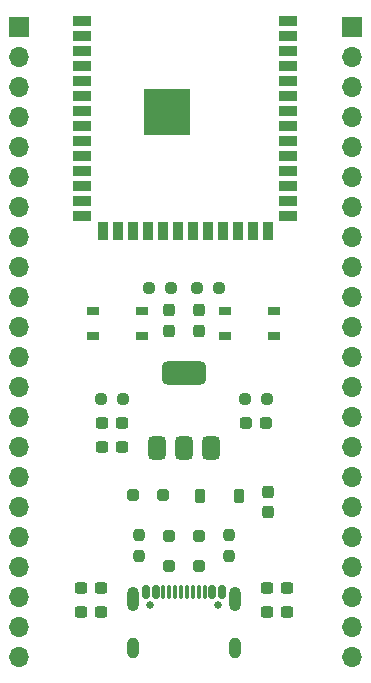
<source format=gts>
G04 #@! TF.GenerationSoftware,KiCad,Pcbnew,8.0.3*
G04 #@! TF.CreationDate,2024-06-29T14:25:19-04:00*
G04 #@! TF.ProjectId,ESP32-S3-DevBoard,45535033-322d-4533-932d-446576426f61,rev?*
G04 #@! TF.SameCoordinates,Original*
G04 #@! TF.FileFunction,Soldermask,Top*
G04 #@! TF.FilePolarity,Negative*
%FSLAX46Y46*%
G04 Gerber Fmt 4.6, Leading zero omitted, Abs format (unit mm)*
G04 Created by KiCad (PCBNEW 8.0.3) date 2024-06-29 14:25:19*
%MOMM*%
%LPD*%
G01*
G04 APERTURE LIST*
G04 Aperture macros list*
%AMRoundRect*
0 Rectangle with rounded corners*
0 $1 Rounding radius*
0 $2 $3 $4 $5 $6 $7 $8 $9 X,Y pos of 4 corners*
0 Add a 4 corners polygon primitive as box body*
4,1,4,$2,$3,$4,$5,$6,$7,$8,$9,$2,$3,0*
0 Add four circle primitives for the rounded corners*
1,1,$1+$1,$2,$3*
1,1,$1+$1,$4,$5*
1,1,$1+$1,$6,$7*
1,1,$1+$1,$8,$9*
0 Add four rect primitives between the rounded corners*
20,1,$1+$1,$2,$3,$4,$5,0*
20,1,$1+$1,$4,$5,$6,$7,0*
20,1,$1+$1,$6,$7,$8,$9,0*
20,1,$1+$1,$8,$9,$2,$3,0*%
G04 Aperture macros list end*
%ADD10RoundRect,0.237500X-0.250000X-0.237500X0.250000X-0.237500X0.250000X0.237500X-0.250000X0.237500X0*%
%ADD11R,1.050000X0.650000*%
%ADD12RoundRect,0.375000X0.375000X-0.625000X0.375000X0.625000X-0.375000X0.625000X-0.375000X-0.625000X0*%
%ADD13RoundRect,0.500000X1.400000X-0.500000X1.400000X0.500000X-1.400000X0.500000X-1.400000X-0.500000X0*%
%ADD14RoundRect,0.237500X0.300000X0.237500X-0.300000X0.237500X-0.300000X-0.237500X0.300000X-0.237500X0*%
%ADD15RoundRect,0.237500X0.237500X-0.250000X0.237500X0.250000X-0.237500X0.250000X-0.237500X-0.250000X0*%
%ADD16R,1.500000X0.900000*%
%ADD17R,0.900000X1.500000*%
%ADD18C,0.600000*%
%ADD19R,3.900000X3.900000*%
%ADD20RoundRect,0.237500X-0.300000X-0.237500X0.300000X-0.237500X0.300000X0.237500X-0.300000X0.237500X0*%
%ADD21R,1.700000X1.700000*%
%ADD22O,1.700000X1.700000*%
%ADD23RoundRect,0.237500X-0.237500X0.300000X-0.237500X-0.300000X0.237500X-0.300000X0.237500X0.300000X0*%
%ADD24RoundRect,0.237500X0.250000X0.237500X-0.250000X0.237500X-0.250000X-0.237500X0.250000X-0.237500X0*%
%ADD25RoundRect,0.237500X-0.237500X0.250000X-0.237500X-0.250000X0.237500X-0.250000X0.237500X0.250000X0*%
%ADD26C,0.650000*%
%ADD27RoundRect,0.151100X-0.151100X-0.414300X0.151100X-0.414300X0.151100X0.414300X-0.151100X0.414300X0*%
%ADD28RoundRect,0.150000X-0.150000X-0.425000X0.150000X-0.425000X0.150000X0.425000X-0.150000X0.425000X0*%
%ADD29RoundRect,0.075000X-0.075000X-0.500000X0.075000X-0.500000X0.075000X0.500000X-0.075000X0.500000X0*%
%ADD30RoundRect,0.151300X-0.151300X-0.414100X0.151300X-0.414100X0.151300X0.414100X-0.151300X0.414100X0*%
%ADD31O,1.000000X2.100000*%
%ADD32O,1.000000X1.800000*%
%ADD33RoundRect,0.250000X0.250000X0.250000X-0.250000X0.250000X-0.250000X-0.250000X0.250000X-0.250000X0*%
%ADD34RoundRect,0.250000X0.250000X-0.250000X0.250000X0.250000X-0.250000X0.250000X-0.250000X-0.250000X0*%
%ADD35RoundRect,0.237500X-0.287500X-0.237500X0.287500X-0.237500X0.287500X0.237500X-0.287500X0.237500X0*%
%ADD36RoundRect,0.250000X-0.250000X0.250000X-0.250000X-0.250000X0.250000X-0.250000X0.250000X0.250000X0*%
%ADD37RoundRect,0.225000X-0.225000X-0.375000X0.225000X-0.375000X0.225000X0.375000X-0.225000X0.375000X0*%
G04 APERTURE END LIST*
D10*
X187555500Y-76962000D03*
X189380500Y-76962000D03*
D11*
X182837000Y-78935000D03*
X186987000Y-78935000D03*
X182837000Y-81085000D03*
X186987000Y-81085000D03*
X194013000Y-78935000D03*
X198163000Y-78935000D03*
X194013000Y-81085000D03*
X198163000Y-81085000D03*
D12*
X188200000Y-90526000D03*
X190500000Y-90526000D03*
D13*
X190500000Y-84226000D03*
D12*
X192800000Y-90526000D03*
D14*
X185266500Y-90424000D03*
X183541500Y-90424000D03*
D15*
X194310000Y-99718500D03*
X194310000Y-97893500D03*
D14*
X185266500Y-88392000D03*
X183541500Y-88392000D03*
D16*
X181850000Y-54376000D03*
X181850000Y-55646000D03*
X181850000Y-56916000D03*
X181850000Y-58186000D03*
X181850000Y-59456000D03*
X181850000Y-60726000D03*
X181850000Y-61996000D03*
X181850000Y-63266000D03*
X181850000Y-64536000D03*
X181850000Y-65806000D03*
X181850000Y-67076000D03*
X181850000Y-68346000D03*
X181850000Y-69616000D03*
X181850000Y-70886000D03*
D17*
X183615000Y-72136000D03*
X184885000Y-72136000D03*
X186155000Y-72136000D03*
X187425000Y-72136000D03*
X188695000Y-72136000D03*
X189965000Y-72136000D03*
X191235000Y-72136000D03*
X192505000Y-72136000D03*
X193775000Y-72136000D03*
X195045000Y-72136000D03*
X196315000Y-72136000D03*
X197585000Y-72136000D03*
D16*
X199350000Y-70886000D03*
X199350000Y-69616000D03*
X199350000Y-68346000D03*
X199350000Y-67076000D03*
X199350000Y-65806000D03*
X199350000Y-64536000D03*
X199350000Y-63266000D03*
X199350000Y-61996000D03*
X199350000Y-60726000D03*
X199350000Y-59456000D03*
X199350000Y-58186000D03*
X199350000Y-56916000D03*
X199350000Y-55646000D03*
X199350000Y-54376000D03*
D18*
X187700000Y-61396000D03*
X187700000Y-62796000D03*
X188400000Y-60696000D03*
X188400000Y-62096000D03*
X188400000Y-63496000D03*
X189100000Y-61396000D03*
D19*
X189100000Y-62096000D03*
D18*
X189100000Y-62796000D03*
X189800000Y-60696000D03*
X189800000Y-62096000D03*
X189800000Y-63496000D03*
X190500000Y-61396000D03*
X190500000Y-62796000D03*
D10*
X195683500Y-86360000D03*
X197508500Y-86360000D03*
D20*
X181763500Y-102362000D03*
X183488500Y-102362000D03*
D21*
X176530000Y-54864000D03*
D22*
X176530000Y-57404000D03*
X176530000Y-59944000D03*
X176530000Y-62484000D03*
X176530000Y-65024000D03*
X176530000Y-67564000D03*
X176530000Y-70104000D03*
X176530000Y-72644000D03*
X176530000Y-75184000D03*
X176530000Y-77724000D03*
X176530000Y-80264000D03*
X176530000Y-82804000D03*
X176530000Y-85344000D03*
X176530000Y-87884000D03*
X176530000Y-90424000D03*
X176530000Y-92964000D03*
X176530000Y-95504000D03*
X176530000Y-98044000D03*
X176530000Y-100584000D03*
X176530000Y-103124000D03*
X176530000Y-105664000D03*
X176530000Y-108204000D03*
D14*
X199236500Y-104394000D03*
X197511500Y-104394000D03*
D23*
X191770000Y-78893500D03*
X191770000Y-80618500D03*
D24*
X193444500Y-76962000D03*
X191619500Y-76962000D03*
D25*
X186690000Y-97893500D03*
X186690000Y-99718500D03*
D21*
X204724000Y-54864000D03*
D22*
X204724000Y-57404000D03*
X204724000Y-59944000D03*
X204724000Y-62484000D03*
X204724000Y-65024000D03*
X204724000Y-67564000D03*
X204724000Y-70104000D03*
X204724000Y-72644000D03*
X204724000Y-75184000D03*
X204724000Y-77724000D03*
X204724000Y-80264000D03*
X204724000Y-82804000D03*
X204724000Y-85344000D03*
X204724000Y-87884000D03*
X204724000Y-90424000D03*
X204724000Y-92964000D03*
X204724000Y-95504000D03*
X204724000Y-98044000D03*
X204724000Y-100584000D03*
X204724000Y-103124000D03*
X204724000Y-105664000D03*
X204724000Y-108204000D03*
D14*
X199236500Y-102362000D03*
X197511500Y-102362000D03*
D20*
X181763500Y-104394000D03*
X183488500Y-104394000D03*
D26*
X187610000Y-103821000D03*
X193390000Y-103821000D03*
D27*
X187302200Y-102736400D03*
D28*
X188100000Y-102746000D03*
D29*
X189250000Y-102746000D03*
X190250000Y-102746000D03*
X190750000Y-102746000D03*
X191750000Y-102746000D03*
D28*
X192900000Y-102746000D03*
D30*
X193702600Y-102736400D03*
X193702600Y-102736400D03*
D28*
X192900000Y-102746000D03*
D29*
X192250000Y-102746000D03*
X191250000Y-102746000D03*
X189750000Y-102746000D03*
X188750000Y-102746000D03*
D28*
X188100000Y-102746000D03*
D27*
X187302200Y-102736400D03*
D31*
X186180000Y-103321000D03*
D32*
X186180000Y-107501000D03*
D31*
X194820000Y-103321000D03*
D32*
X194820000Y-107501000D03*
D23*
X197612000Y-94260500D03*
X197612000Y-95985500D03*
X189230000Y-78893500D03*
X189230000Y-80618500D03*
D33*
X188702000Y-94488000D03*
X186202000Y-94488000D03*
D34*
X191750000Y-100500000D03*
X191750000Y-98000000D03*
D35*
X195721000Y-88392000D03*
X197471000Y-88392000D03*
D24*
X185316500Y-86360000D03*
X183491500Y-86360000D03*
D36*
X189250000Y-98000000D03*
X189250000Y-100500000D03*
D37*
X191898000Y-94615000D03*
X195198000Y-94615000D03*
M02*

</source>
